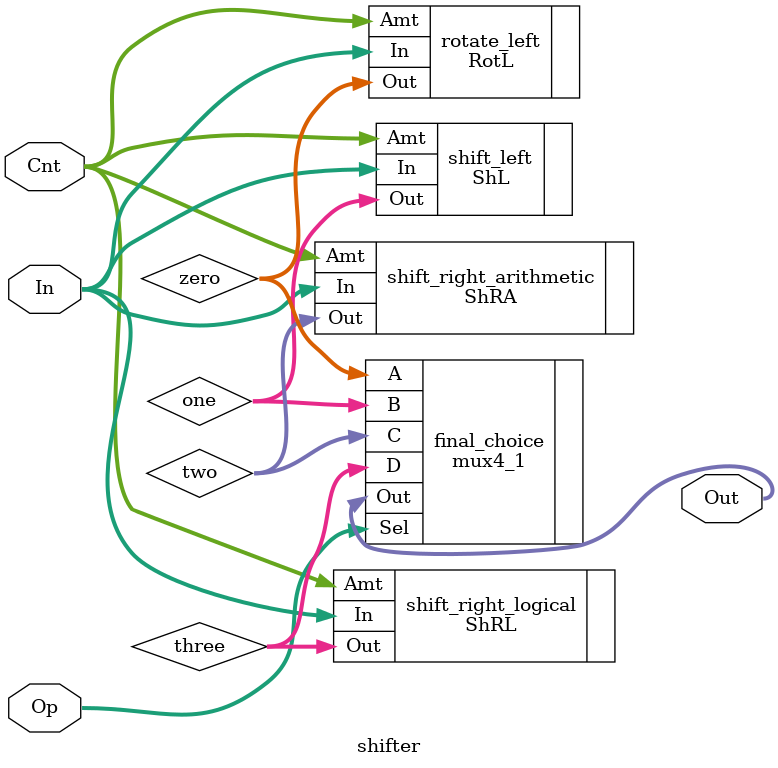
<source format=v>
module shifter (In, Cnt, Op, Out);
   
input [15:0] In;
input [3:0]  Cnt;
input [1:0]  Op;
output [15:0] Out;

/*
Your code goes here
*/
// Declare wires
wire [15:0] zero, one, two, three;

// Need other modules for hierarchy:
  	// Rotate left module
  	// Shift left module
  	// Shift right arithmetic module
  	// Shift right logical
   
// Need 16 bit, 4-1 mux for the final
  	// 4_1_mux


// Mux for the opcode
	// Each operation has built in shift amount

RotL rotate_left(.In(In), .Amt(Cnt), .Out(zero));
ShL  shift_left(.In(In), .Amt(Cnt), .Out(one));
ShRA shift_right_arithmetic(.In(In), .Amt(Cnt), .Out(two));
ShRL shift_right_logical(.In(In), .Amt(Cnt), .Out(three));

mux4_1 final_choice(.A(zero), .B(one), .C(two), .D(three), .Sel(Op), .Out(Out));


endmodule
</source>
